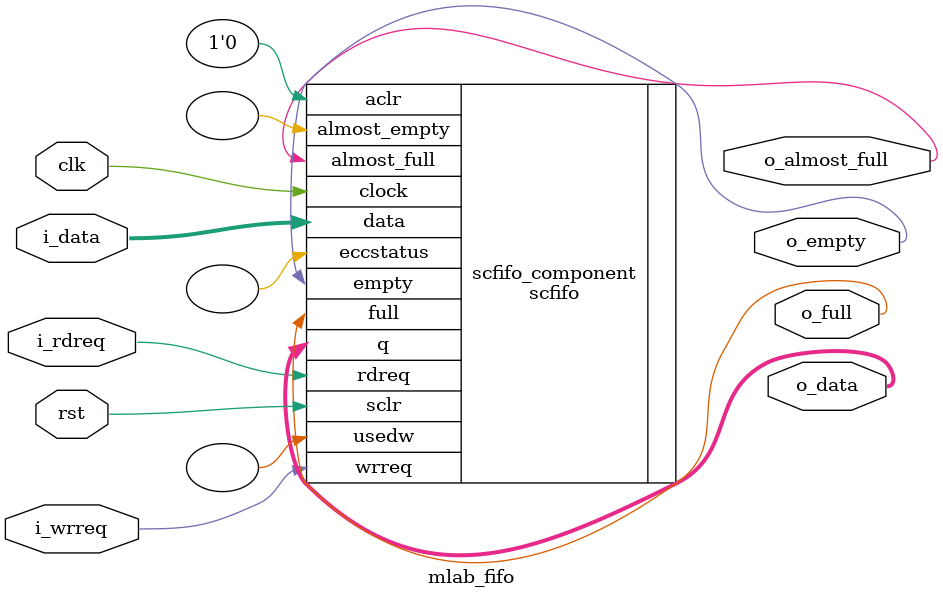
<source format=sv>
module  mlab_fifo # (
	parameter WIDTH = 32,
	parameter DEPTH = 64,
	parameter ALMOST_FULL_VALUE = 1
)(
	input clk,
	input rst,
	input [WIDTH-1:0] i_data,
	input i_rdreq,
	input i_wrreq,
	output o_almost_full,
	output o_empty,
	output o_full,
	output [WIDTH-1:0] o_data
);

scfifo scfifo_component (
	.clock(clk),
	.sclr(rst),
	.data(i_data),
	.rdreq(i_rdreq),
	.wrreq(i_wrreq),
	.almost_full(o_almost_full),
	.empty(o_empty),
	.full(o_full),
	.q(o_data),
	.aclr(1'b0),
	.almost_empty(),
	.eccstatus(),
	.usedw()
);

defparam
	scfifo_component.add_ram_output_register  = "ON",
	scfifo_component.almost_full_value  = ALMOST_FULL_VALUE,
	scfifo_component.enable_ecc  = "FALSE",
	scfifo_component.intended_device_family  = "Agilex",
	scfifo_component.lpm_hint  = "RAM_BLOCK_TYPE=MLAB,MAXIMUM_DEPTH=64",
	scfifo_component.lpm_numwords  = DEPTH,
	scfifo_component.lpm_showahead  = "ON",
	scfifo_component.lpm_type  = "scfifo",
	scfifo_component.lpm_width  = WIDTH,
	scfifo_component.lpm_widthu  = $clog2(DEPTH),
	scfifo_component.overflow_checking  = "OFF",
	scfifo_component.underflow_checking  = "OFF",
	scfifo_component.use_eab  = "ON";

endmodule


</source>
